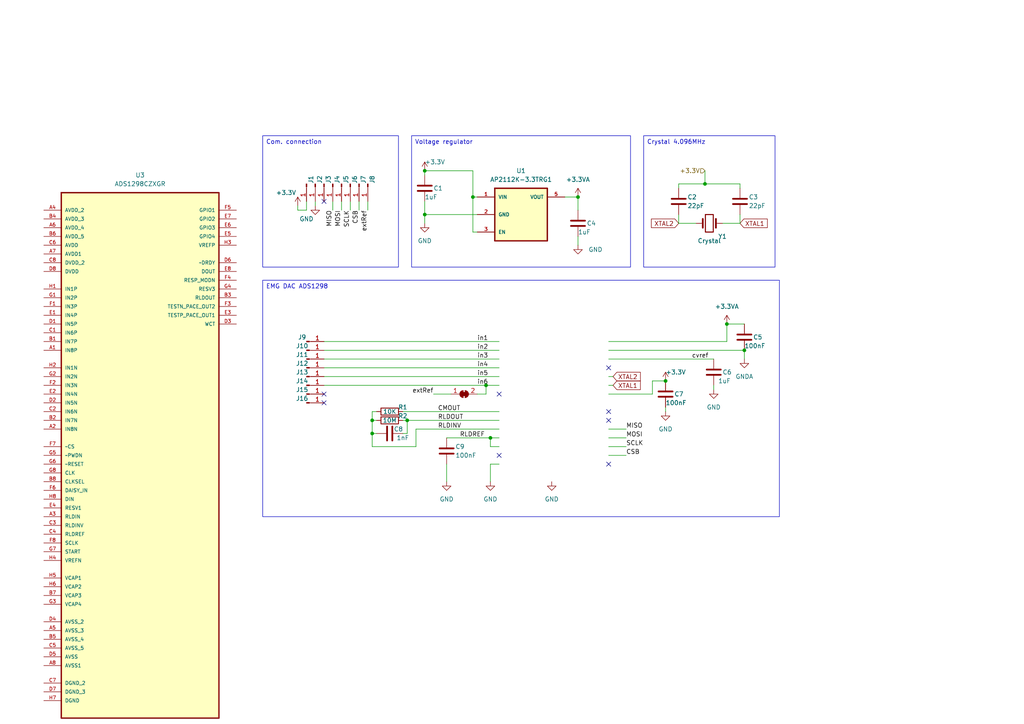
<source format=kicad_sch>
(kicad_sch (version 20230121) (generator eeschema)
  (paper "A4")
  (lib_symbols
    (symbol "00_custom:ADS1298CZXGR" (pin_names (offset 1.016))
      (property "Reference" "U" (at -5.3653 77.7839 0))
      (property "Value" "ADS1298CZXGR" (at -7.937 -85.2714 0))
      (symbol "ADS1298CZXGR_0_0"
        (rectangle (start -22.86 -78.74) (end 22.86 73.66) (stroke (width 0.4064)) (fill (type background)))
        (pin input line (at -27.94 27.94 0) (length 5.08) (name "IN8P") (number "A1"))
        (pin input line (at -27.94 5.08 0) (length 5.08) (name "IN8N") (number "A2"))
        (pin input line (at -27.94 -20.32 0) (length 5.08) (name "RLDIN") (number "A3"))
        (pin power_in line (at -27.94 68.58 0) (length 5.08) (name "AVDD_2") (number "A4"))
        (pin power_in line (at -27.94 -53.34 0) (length 5.08) (name "AVSS_3") (number "A5"))
        (pin power_in line (at -27.94 63.5 0) (length 5.08) (name "AVDD_4") (number "A6"))
        (pin power_in line (at -27.94 55.88 0) (length 5.08) (name "AVDD1") (number "A7"))
        (pin power_in line (at -27.94 -63.5 0) (length 5.08) (name "AVSS1") (number "A8"))
        (pin input line (at -27.94 30.48 0) (length 5.08) (name "IN7P") (number "B1"))
        (pin input line (at -27.94 7.62 0) (length 5.08) (name "IN7N") (number "B2"))
        (pin output line (at 27.94 43.18 180) (length 5.08) (name "RLDOUT") (number "B3"))
        (pin power_in line (at -27.94 66.04 0) (length 5.08) (name "AVDD_3") (number "B4"))
        (pin power_in line (at -27.94 -55.88 0) (length 5.08) (name "AVSS_4") (number "B5"))
        (pin power_in line (at -27.94 60.96 0) (length 5.08) (name "AVDD_5") (number "B6"))
        (pin passive line (at -27.94 -43.18 0) (length 5.08) (name "VCAP3") (number "B7"))
        (pin input line (at -27.94 -10.16 0) (length 5.08) (name "CLKSEL") (number "B8"))
        (pin input line (at -27.94 33.02 0) (length 5.08) (name "IN6P") (number "C1"))
        (pin input line (at -27.94 10.16 0) (length 5.08) (name "IN6N") (number "C2"))
        (pin input line (at -27.94 -22.86 0) (length 5.08) (name "RLDINV") (number "C3"))
        (pin input line (at -27.94 -25.4 0) (length 5.08) (name "RLDREF") (number "C4"))
        (pin power_in line (at -27.94 -58.42 0) (length 5.08) (name "AVSS_5") (number "C5"))
        (pin power_in line (at -27.94 58.42 0) (length 5.08) (name "AVDD") (number "C6"))
        (pin passive line (at -27.94 -68.58 0) (length 5.08) (name "DGND_2") (number "C7"))
        (pin power_in line (at -27.94 53.34 0) (length 5.08) (name "DVDD_2") (number "C8"))
        (pin input line (at -27.94 35.56 0) (length 5.08) (name "IN5P") (number "D1"))
        (pin input line (at -27.94 12.7 0) (length 5.08) (name "IN5N") (number "D2"))
        (pin output line (at 27.94 35.56 180) (length 5.08) (name "WCT") (number "D3"))
        (pin power_in line (at -27.94 -50.8 0) (length 5.08) (name "AVSS_2") (number "D4"))
        (pin power_in line (at -27.94 -60.96 0) (length 5.08) (name "AVSS") (number "D5"))
        (pin output line (at 27.94 53.34 180) (length 5.08) (name "~DRDY") (number "D6"))
        (pin passive line (at -27.94 -71.12 0) (length 5.08) (name "DGND_3") (number "D7"))
        (pin power_in line (at -27.94 50.8 0) (length 5.08) (name "DVDD") (number "D8"))
        (pin input line (at -27.94 38.1 0) (length 5.08) (name "IN4P") (number "E1"))
        (pin input line (at -27.94 15.24 0) (length 5.08) (name "IN4N") (number "E2"))
        (pin output line (at 27.94 38.1 180) (length 5.08) (name "TESTP_PACE_OUT1") (number "E3"))
        (pin input line (at -27.94 -17.78 0) (length 5.08) (name "RESV1") (number "E4"))
        (pin bidirectional line (at 27.94 60.96 180) (length 5.08) (name "GPIO4") (number "E5"))
        (pin bidirectional line (at 27.94 63.5 180) (length 5.08) (name "GPIO3") (number "E6"))
        (pin bidirectional line (at 27.94 66.04 180) (length 5.08) (name "GPIO2") (number "E7"))
        (pin output line (at 27.94 50.8 180) (length 5.08) (name "DOUT") (number "E8"))
        (pin input line (at -27.94 40.64 0) (length 5.08) (name "IN3P") (number "F1"))
        (pin input line (at -27.94 17.78 0) (length 5.08) (name "IN3N") (number "F2"))
        (pin output line (at 27.94 40.64 180) (length 5.08) (name "TESTN_PACE_OUT2") (number "F3"))
        (pin output line (at 27.94 48.26 180) (length 5.08) (name "RESP_MODN") (number "F4"))
        (pin bidirectional line (at 27.94 68.58 180) (length 5.08) (name "GPIO1") (number "F5"))
        (pin input line (at -27.94 -12.7 0) (length 5.08) (name "DAISY_IN") (number "F6"))
        (pin input line (at -27.94 0 0) (length 5.08) (name "~CS") (number "F7"))
        (pin input line (at -27.94 -27.94 0) (length 5.08) (name "SCLK") (number "F8"))
        (pin input line (at -27.94 43.18 0) (length 5.08) (name "IN2P") (number "G1"))
        (pin input line (at -27.94 20.32 0) (length 5.08) (name "IN2N") (number "G2"))
        (pin passive line (at -27.94 -45.72 0) (length 5.08) (name "VCAP4") (number "G3"))
        (pin output line (at 27.94 45.72 180) (length 5.08) (name "RESV3") (number "G4"))
        (pin input line (at -27.94 -2.54 0) (length 5.08) (name "~PWDN") (number "G5"))
        (pin input line (at -27.94 -5.08 0) (length 5.08) (name "~RESET") (number "G6"))
        (pin input line (at -27.94 -30.48 0) (length 5.08) (name "START") (number "G7"))
        (pin input line (at -27.94 -7.62 0) (length 5.08) (name "CLK") (number "G8"))
        (pin input line (at -27.94 45.72 0) (length 5.08) (name "IN1P") (number "H1"))
        (pin input line (at -27.94 22.86 0) (length 5.08) (name "IN1N") (number "H2"))
        (pin bidirectional line (at 27.94 58.42 180) (length 5.08) (name "VREFP") (number "H3"))
        (pin input line (at -27.94 -33.02 0) (length 5.08) (name "VREFN") (number "H4"))
        (pin passive line (at -27.94 -38.1 0) (length 5.08) (name "VCAP1") (number "H5"))
        (pin passive line (at -27.94 -40.64 0) (length 5.08) (name "VCAP2") (number "H6"))
        (pin passive line (at -27.94 -73.66 0) (length 5.08) (name "DGND") (number "H7"))
        (pin input line (at -27.94 -15.24 0) (length 5.08) (name "DIN") (number "H8"))
      )
    )
    (symbol "00_custom:AP2112K-3.3TRG1" (pin_names (offset 1.016))
      (property "Reference" "U" (at -7.663 8.6476 0))
      (property "Value" "AP2112K-3.3TRG1" (at -7.6489 -11.6507 0))
      (symbol "AP2112K-3.3TRG1_0_0"
        (rectangle (start -7.62 7.62) (end 7.62 -7.62) (stroke (width 0.41)) (fill (type background)))
        (pin power_in line (at -12.7 5.08 0) (length 5.08) (name "VIN") (number "1"))
        (pin power_in line (at -12.7 0 0) (length 5.08) (name "GND") (number "2"))
        (pin input line (at -12.7 -5.08 0) (length 5.08) (name "EN") (number "3"))
        (pin power_in line (at 12.7 5.08 180) (length 5.08) (name "VOUT") (number "5"))
      )
    )
    (symbol "Connector:Conn_01x01_Pin" (pin_names (offset 1.016) hide)
      (property "Reference" "J" (at 0 2.54 0))
      (property "Value" "Conn_01x01_Pin" (at 0 -2.54 0))
      (symbol "Conn_01x01_Pin_1_1"
        (polyline (pts (xy 1.27 0) (xy 0.8636 0)) (stroke (width 0.1524)))
        (rectangle (start 0.8636 0.127) (end 0 -0.127) (stroke (width 0.1524)) (fill (type outline)))
        (pin passive line (at 5.08 0 180) (length 3.81) (name "Pin_1") (number "1"))
      )
    )
    (symbol "Device:C" (pin_numbers hide) (pin_names (offset 0.254))
      (property "Reference" "C" (at 0.635 2.54 0))
      (property "Value" "C" (at 0.635 -2.54 0))
      (symbol "C_0_1"
        (polyline (pts (xy -2.032 -0.762) (xy 2.032 -0.762)) (stroke (width 0.508)))
        (polyline (pts (xy -2.032 0.762) (xy 2.032 0.762)) (stroke (width 0.508)))
      )
      (symbol "C_1_1"
        (pin passive line (at 0 3.81 270) (length 2.794) (name "~") (number "1"))
        (pin passive line (at 0 -3.81 90) (length 2.794) (name "~") (number "2"))
      )
    )
    (symbol "Device:Crystal" (pin_numbers hide) (pin_names (offset 1.016) hide)
      (property "Reference" "Y" (at 0 3.81 0))
      (property "Value" "Crystal" (at 0 -3.81 0))
      (symbol "Crystal_0_1"
        (rectangle (start -1.143 2.54) (end 1.143 -2.54) (stroke (width 0.3048)))
        (polyline (pts (xy -2.54 0) (xy -1.905 0)))
        (polyline (pts (xy -1.905 -1.27) (xy -1.905 1.27)) (stroke (width 0.508)))
        (polyline (pts (xy 1.905 -1.27) (xy 1.905 1.27)) (stroke (width 0.508)))
        (polyline (pts (xy 2.54 0) (xy 1.905 0)))
      )
      (symbol "Crystal_1_1"
        (pin passive line (at -3.81 0 0) (length 1.27) (name "1") (number "1"))
        (pin passive line (at 3.81 0 180) (length 1.27) (name "2") (number "2"))
      )
    )
    (symbol "Device:R" (pin_numbers hide) (pin_names (offset 0))
      (property "Reference" "R" (at 2.032 0 90))
      (property "Value" "R" (at 0 0 90))
      (symbol "R_0_1"
        (rectangle (start -1.016 -2.54) (end 1.016 2.54) (stroke (width 0.254)))
      )
      (symbol "R_1_1"
        (pin passive line (at 0 3.81 270) (length 1.27) (name "~") (number "1"))
        (pin passive line (at 0 -3.81 90) (length 1.27) (name "~") (number "2"))
      )
    )
    (symbol "Jumper:SolderJumper_2_Bridged" (pin_names (offset 0) hide)
      (property "Reference" "JP" (at 0 2.032 0))
      (property "Value" "SolderJumper_2_Bridged" (at 0 -2.54 0))
      (symbol "SolderJumper_2_Bridged_0_1"
        (rectangle (start -0.508 0.508) (end 0.508 -0.508) (fill (type outline)))
        (arc (start -0.254 1.016) (mid -1.2656 0) (end -0.254 -1.016))
        (arc (start -0.254 1.016) (mid -1.2656 0) (end -0.254 -1.016) (fill (type outline)))
        (polyline (pts (xy -0.254 1.016) (xy -0.254 -1.016)))
        (polyline (pts (xy 0.254 1.016) (xy 0.254 -1.016)))
        (arc (start 0.254 -1.016) (mid 1.2656 0) (end 0.254 1.016))
        (arc (start 0.254 -1.016) (mid 1.2656 0) (end 0.254 1.016) (fill (type outline)))
      )
      (symbol "SolderJumper_2_Bridged_1_1"
        (pin passive line (at -3.81 0 0) (length 2.54) (name "A") (number "1"))
        (pin passive line (at 3.81 0 180) (length 2.54) (name "B") (number "2"))
      )
    )
    (symbol "power:+3.3V" (power) (pin_names (offset 0))
      (property "Value" "+3.3V" (at 0 3.556 0))
      (symbol "+3.3V_0_1"
        (polyline (pts (xy -0.762 1.27) (xy 0 2.54)))
        (polyline (pts (xy 0 0) (xy 0 2.54)))
        (polyline (pts (xy 0 2.54) (xy 0.762 1.27)))
      )
      (symbol "+3.3V_1_1"
        (pin power_in line (at 0 0 90) (length 0) hide (name "+3.3V") (number "1"))
      )
    )
    (symbol "power:+3.3VA" (power) (pin_names (offset 0))
      (property "Value" "+3.3VA" (at 0 3.556 0))
      (symbol "+3.3VA_0_1"
        (polyline (pts (xy -0.762 1.27) (xy 0 2.54)))
        (polyline (pts (xy 0 0) (xy 0 2.54)))
        (polyline (pts (xy 0 2.54) (xy 0.762 1.27)))
      )
      (symbol "+3.3VA_1_1"
        (pin power_in line (at 0 0 90) (length 0) hide (name "+3.3VA") (number "1"))
      )
    )
    (symbol "power:GND" (power) (pin_names (offset 0))
      (property "Value" "GND" (at 0 -3.81 0))
      (symbol "GND_0_1"
        (polyline (pts (xy 0 0) (xy 0 -1.27) (xy 1.27 -1.27) (xy 0 -2.54) (xy -1.27 -1.27) (xy 0 -1.27)))
      )
      (symbol "GND_1_1"
        (pin power_in line (at 0 0 270) (length 0) hide (name "GND") (number "1"))
      )
    )
    (symbol "power:GNDA" (power) (pin_names (offset 0))
      (property "Value" "GNDA" (at 0 -3.81 0))
      (symbol "GNDA_0_1"
        (polyline (pts (xy 0 0) (xy 0 -1.27) (xy 1.27 -1.27) (xy 0 -2.54) (xy -1.27 -1.27) (xy 0 -1.27)))
      )
      (symbol "GNDA_1_1"
        (pin power_in line (at 0 0 270) (length 0) hide (name "GNDA") (number "1"))
      )
    )
  )
  (junction (at 107.95 121.92))
  (junction (at 118.11 121.92))
  (junction (at 204.47 53.34))
  (junction (at 215.9 101.6))
  (junction (at 137.16 57.15))
  (junction (at 193.04 110.49))
  (junction (at 123.19 49.53))
  (junction (at 167.64 57.15))
  (junction (at 210.82 93.98))
  (junction (at 140.97 111.76))
  (junction (at 142.24 127))
  (junction (at 107.95 125.73))
  (junction (at 123.19 62.23))
  (no_connect (at 176.53 134.62))
  (no_connect (at 93.98 58.42))
  (no_connect (at 144.78 132.08))
  (no_connect (at 144.78 114.3))
  (no_connect (at 176.53 106.68))
  (no_connect (at 93.98 114.3))
  (no_connect (at 176.53 121.92))
  (no_connect (at 176.53 119.38))
  (no_connect (at 93.98 116.84))
  (wire (pts (xy 163.83 57.15) (xy 167.64 57.15)))
  (wire (pts (xy 96.52 58.42) (xy 96.52 60.96)))
  (wire (pts (xy 138.43 67.31) (xy 137.16 67.31)))
  (wire (pts (xy 109.22 121.92) (xy 107.95 121.92)))
  (wire (pts (xy 144.78 129.54) (xy 142.24 129.54)))
  (wire (pts (xy 176.53 129.54) (xy 181.61 129.54)))
  (wire (pts (xy 101.6 58.42) (xy 101.6 60.96)))
  (wire (pts (xy 86.36 60.96) (xy 88.9 60.96)))
  (wire (pts (xy 204.47 49.53) (xy 204.47 53.34)))
  (wire (pts (xy 99.06 58.42) (xy 99.06 60.96)))
  (wire (pts (xy 140.97 114.3) (xy 140.97 111.76)))
  (wire (pts (xy 215.9 101.6) (xy 215.9 104.14)))
  (wire (pts (xy 106.68 58.42) (xy 106.68 60.96)))
  (wire (pts (xy 107.95 121.92) (xy 107.95 125.73)))
  (wire (pts (xy 93.98 99.06) (xy 144.78 99.06)))
  (wire (pts (xy 93.98 111.76) (xy 140.97 111.76)))
  (wire (pts (xy 214.63 54.61) (xy 214.63 53.34)))
  (wire (pts (xy 120.65 129.54) (xy 107.95 129.54)))
  (wire (pts (xy 120.65 124.46) (xy 144.78 124.46)))
  (wire (pts (xy 93.98 109.22) (xy 144.78 109.22)))
  (wire (pts (xy 176.53 104.14) (xy 207.01 104.14)))
  (wire (pts (xy 196.85 64.77) (xy 201.93 64.77)))
  (wire (pts (xy 109.22 119.38) (xy 107.95 119.38)))
  (wire (pts (xy 107.95 125.73) (xy 109.22 125.73)))
  (wire (pts (xy 123.19 49.53) (xy 137.16 49.53)))
  (wire (pts (xy 210.82 99.06) (xy 210.82 93.98)))
  (wire (pts (xy 176.53 101.6) (xy 215.9 101.6)))
  (wire (pts (xy 123.19 62.23) (xy 138.43 62.23)))
  (wire (pts (xy 138.43 114.3) (xy 140.97 114.3)))
  (wire (pts (xy 116.84 119.38) (xy 144.78 119.38)))
  (wire (pts (xy 167.64 57.15) (xy 167.64 60.96)))
  (wire (pts (xy 207.01 111.76) (xy 207.01 113.03)))
  (wire (pts (xy 215.9 93.98) (xy 210.82 93.98)))
  (wire (pts (xy 129.54 127) (xy 142.24 127)))
  (wire (pts (xy 176.53 132.08) (xy 181.61 132.08)))
  (wire (pts (xy 93.98 104.14) (xy 144.78 104.14)))
  (wire (pts (xy 86.36 59.69) (xy 86.36 60.96)))
  (wire (pts (xy 129.54 134.62) (xy 129.54 139.7)))
  (wire (pts (xy 142.24 134.62) (xy 142.24 139.7)))
  (wire (pts (xy 176.53 109.22) (xy 177.8 109.22)))
  (wire (pts (xy 193.04 118.11) (xy 193.04 119.38)))
  (wire (pts (xy 176.53 127) (xy 181.61 127)))
  (wire (pts (xy 209.55 64.77) (xy 214.63 64.77)))
  (wire (pts (xy 93.98 101.6) (xy 144.78 101.6)))
  (wire (pts (xy 167.64 68.58) (xy 167.64 71.12)))
  (wire (pts (xy 142.24 129.54) (xy 142.24 127)))
  (wire (pts (xy 176.53 114.3) (xy 189.23 114.3)))
  (wire (pts (xy 91.44 59.69) (xy 91.44 58.42)))
  (wire (pts (xy 137.16 57.15) (xy 138.43 57.15)))
  (wire (pts (xy 116.84 121.92) (xy 118.11 121.92)))
  (wire (pts (xy 189.23 114.3) (xy 189.23 110.49)))
  (wire (pts (xy 140.97 111.76) (xy 144.78 111.76)))
  (wire (pts (xy 104.14 58.42) (xy 104.14 60.96)))
  (wire (pts (xy 196.85 53.34) (xy 196.85 54.61)))
  (wire (pts (xy 125.73 114.3) (xy 130.81 114.3)))
  (wire (pts (xy 196.85 62.23) (xy 196.85 64.77)))
  (wire (pts (xy 144.78 134.62) (xy 142.24 134.62)))
  (wire (pts (xy 123.19 58.42) (xy 123.19 62.23)))
  (wire (pts (xy 88.9 58.42) (xy 88.9 60.96)))
  (wire (pts (xy 116.84 125.73) (xy 118.11 125.73)))
  (wire (pts (xy 176.53 124.46) (xy 181.61 124.46)))
  (wire (pts (xy 176.53 99.06) (xy 210.82 99.06)))
  (wire (pts (xy 137.16 67.31) (xy 137.16 57.15)))
  (wire (pts (xy 107.95 129.54) (xy 107.95 125.73)))
  (wire (pts (xy 93.98 106.68) (xy 144.78 106.68)))
  (wire (pts (xy 107.95 119.38) (xy 107.95 121.92)))
  (wire (pts (xy 204.47 53.34) (xy 214.63 53.34)))
  (wire (pts (xy 176.53 111.76) (xy 177.8 111.76)))
  (wire (pts (xy 120.65 124.46) (xy 120.65 129.54)))
  (wire (pts (xy 142.24 127) (xy 144.78 127)))
  (wire (pts (xy 189.23 110.49) (xy 193.04 110.49)))
  (wire (pts (xy 204.47 53.34) (xy 196.85 53.34)))
  (wire (pts (xy 118.11 121.92) (xy 144.78 121.92)))
  (wire (pts (xy 118.11 121.92) (xy 118.11 125.73)))
  (wire (pts (xy 123.19 50.8) (xy 123.19 49.53)))
  (wire (pts (xy 214.63 64.77) (xy 214.63 62.23)))
  (wire (pts (xy 123.19 62.23) (xy 123.19 64.77)))
  (wire (pts (xy 137.16 49.53) (xy 137.16 57.15)))
  (text_box "EMG DAC ADS1298" (at 76.2 81.28 0) (size 149.86 68.58) (effects (font (size 1.27 1.27)) (justify left top)))
  (text_box "Voltage regulator" (at 119.38 39.37 0) (size 63.5 38.1) (effects (font (size 1.27 1.27)) (justify left top)))
  (text_box "Com. connection" (at 76.2 39.37 0) (size 39.37 38.1) (effects (font (size 1.27 1.27)) (justify left top)))
  (text_box "Crystal 4.096MHz" (at 186.69 39.37 0) (size 38.1 38.1) (effects (font (size 1.27 1.27)) (justify left top)))
  (label "cvref" (at 200.66 104.14 0))
  (label "MOSI" (at 99.06 60.96 270))
  (label "in5" (at 138.43 109.22 0))
  (label "CSB" (at 104.14 60.96 270))
  (label "RLDREF" (at 133.35 127 0))
  (label "CSB" (at 181.61 132.08 0))
  (label "MISO" (at 181.61 124.46 0))
  (label "MISO" (at 96.52 60.96 270))
  (label "extRef" (at 106.68 60.96 270))
  (label "in4" (at 138.43 106.68 0))
  (label "in2" (at 138.43 101.6 0))
  (label "in3" (at 138.43 104.14 0))
  (label "RLDOUT" (at 127 121.92 0))
  (label "MOSI" (at 181.61 127 0))
  (label "extRef" (at 125.73 114.3 180))
  (label "RLDINV" (at 127 124.46 0))
  (label "SCLK" (at 181.61 129.54 0))
  (label "SCLK" (at 101.6 60.96 270))
  (label "in1" (at 138.43 99.06 0))
  (label "CMOUT" (at 127 119.38 0))
  (label "in6" (at 138.43 111.76 0))
  (global_label "XTAL2" (shape input) (at 177.8 109.22 0) (property "Intersheetrefs" "${INTERSHEET_REFS}" (effects hide)))
  (global_label "XTAL1" (shape input) (at 214.63 64.77 0) (property "Intersheetrefs" "${INTERSHEET_REFS}" (effects hide)))
  (global_label "XTAL2" (shape input) (at 196.85 64.77 180) (property "Intersheetrefs" "${INTERSHEET_REFS}" (effects hide)))
  (global_label "XTAL1" (shape input) (at 177.8 111.76 0) (property "Intersheetrefs" "${INTERSHEET_REFS}" (effects hide)))
  (hierarchical_label "+3.3V" (shape input) (at 204.47 49.53 180))
  (symbol (lib_id "power:GND") (at 193.04 119.38 0) (unit 1)
    (property "Reference" "#PWR011" (effects hide))
    (property "Value" "GND" (at 193.04 124.46 0))
  )
  (symbol (lib_id "Device:C") (at 214.63 58.42 0) (unit 1)
    (property "Reference" "C3" (at 217.17 57.15 0) (effects (justify left)))
    (property "Value" "22pF" (at 217.17 59.69 0) (effects (justify left)))
    (property "Footprint" "Capacitor_SMD:C_0402_1005Metric" (effects hide))
  )
  (symbol (lib_id "power:GNDA") (at 215.9 104.14 0) (unit 1)
    (property "Reference" "#PWR08" (effects hide))
    (property "Value" "GNDA" (at 215.9 109.22 0))
  )
  (symbol (lib_id "Jumper:SolderJumper_2_Bridged") (at 134.62 114.3 0) (unit 1)
    (property "Reference" "JP1" (effects hide))
    (property "Value" "SolderJumper_2_Bridged" (effects hide))
    (property "Footprint" "Jumper:SolderJumper-2_P1.3mm_Bridged2Bar_RoundedPad1.0x1.5mm" (effects hide))
  )
  (symbol (lib_id "Connector:Conn_01x01_Pin") (at 88.9 106.68 0) (unit 1)
    (property "Reference" "J12" (at 87.63 105.41 0))
    (property "Value" "Conn_01x01_Pin" (effects hide))
    (property "Footprint" "Connector_PinHeader_1.27mm:PinHeader_1x01_P1.27mm_Vertical" (effects hide))
  )
  (symbol (lib_id "Device:C") (at 215.9 97.79 0) (unit 1)
    (property "Reference" "C5" (at 218.44 97.79 0) (effects (justify left)))
    (property "Value" "100nF" (at 215.9 100.33 0) (effects (justify left)))
    (property "Footprint" "Capacitor_SMD:C_0402_1005Metric" (effects hide))
  )
  (symbol (lib_id "power:GND") (at 123.19 64.77 0) (unit 1)
    (property "Reference" "#PWR05" (effects hide))
    (property "Value" "GND" (at 123.19 69.85 0))
  )
  (symbol (lib_id "power:GND") (at 160.02 139.7 0) (unit 1)
    (property "Reference" "#PWR014" (effects hide))
    (property "Value" "GND" (at 160.02 144.78 0))
  )
  (symbol (lib_id "power:GND") (at 142.24 139.7 0) (unit 1)
    (property "Reference" "#PWR013" (effects hide))
    (property "Value" "GND" (at 142.24 144.78 0))
  )
  (symbol (lib_id "power:GND") (at 129.54 139.7 0) (unit 1)
    (property "Reference" "#PWR012" (effects hide))
    (property "Value" "GND" (at 129.54 144.78 0))
  )
  (symbol (lib_id "Connector:Conn_01x01_Pin") (at 88.9 53.34 270) (unit 1)
    (property "Reference" "J1" (at 90.17 52.07 0))
    (property "Value" "Conn_01x01_Pin" (effects hide))
    (property "Footprint" "Connector_PinHeader_1.27mm:PinHeader_1x01_P1.27mm_Vertical" (effects hide))
  )
  (symbol (lib_id "Connector:Conn_01x01_Pin") (at 91.44 53.34 270) (unit 1)
    (property "Reference" "J2" (at 92.71 52.07 0))
    (property "Value" "Conn_01x01_Pin" (effects hide))
    (property "Footprint" "Connector_PinHeader_1.27mm:PinHeader_1x01_P1.27mm_Vertical" (effects hide))
  )
  (symbol (lib_id "Connector:Conn_01x01_Pin") (at 88.9 99.06 0) (unit 1)
    (property "Reference" "J9" (at 87.63 97.79 0))
    (property "Value" "Conn_01x01_Pin" (effects hide))
    (property "Footprint" "Connector_PinHeader_1.27mm:PinHeader_1x01_P1.27mm_Vertical" (effects hide))
  )
  (symbol (lib_id "00_custom:ADS1298CZXGR") (at 40.64 129.54 0) (unit 1)
    (property "Reference" "U3" (at 40.64 50.8 0))
    (property "Value" "ADS1298CZXGR" (at 40.64 53.34 0))
    (property "Footprint" "00_Custom:BGA64C80P8X8_800X800X145" (effects hide))
    (property "MF" "Texas Instruments" (effects hide))
    (property "Description" "\n8-Channel 24-bit ADC With Integrated ECG Front End\n" (effects hide))
    (property "PACKAGE" "NFBGA-64" (effects hide))
    (property "MPN" "ADS1298CZXGR" (effects hide))
    (property "Price" "None" (effects hide))
    (property "Package" "NFBGA-64 Texas Instruments" (effects hide))
    (property "OC_FARNELL" "-" (effects hide))
    (property "SnapEDA_Link" "https://www.snapeda.com/parts/ADS1298CZXGR/Texas+Instruments/view-part/?ref=snap" (effects hide))
    (property "MP" "ADS1298CZXGR" (effects hide))
    (property "Purchase-URL" "https://www.snapeda.com/api/url_track_click_mouser/?unipart_id=513483&manufacturer=Texas Instruments&part_name=ADS1298CZXGR&search_term=ads1298" (effects hide))
    (property "SUPPLIER" "Texas Instruments" (effects hide))
    (property "OC_NEWARK" "79R7801" (effects hide))
    (property "Availability" "In Stock" (effects hide))
    (property "Check_prices" "https://www.snapeda.com/parts/ADS1298CZXGR/Texas+Instruments/view-part/?ref=eda" (effects hide))
  )
  (symbol (lib_id "power:GND") (at 167.64 71.12 0) (unit 1)
    (property "Reference" "#PWR06" (effects hide))
    (property "Value" "GND" (at 172.72 72.39 0))
  )
  (symbol (lib_id "power:+3.3V") (at 86.36 59.69 0) (unit 1)
    (property "Reference" "#PWR03" (effects hide))
    (property "Value" "+3.3V" (at 80.01 55.88 0) (effects (justify left)))
  )
  (symbol (lib_id "Connector:Conn_01x01_Pin") (at 88.9 111.76 0) (unit 1)
    (property "Reference" "J14" (at 87.63 110.49 0))
    (property "Value" "Conn_01x01_Pin" (effects hide))
    (property "Footprint" "Connector_PinHeader_1.27mm:PinHeader_1x01_P1.27mm_Vertical" (effects hide))
  )
  (symbol (lib_id "Connector:Conn_01x01_Pin") (at 88.9 104.14 0) (unit 1)
    (property "Reference" "J11" (at 87.63 102.87 0))
    (property "Value" "Conn_01x01_Pin" (effects hide))
    (property "Footprint" "Connector_PinHeader_1.27mm:PinHeader_1x01_P1.27mm_Vertical" (effects hide))
  )
  (symbol (lib_id "power:GND") (at 91.44 59.69 0) (unit 1)
    (property "Reference" "#PWR04" (effects hide))
    (property "Value" "GND" (at 88.9 63.5 0))
  )
  (symbol (lib_id "Device:C") (at 193.04 114.3 0) (unit 1)
    (property "Reference" "C7" (at 195.58 114.3 0) (effects (justify left)))
    (property "Value" "100nF" (at 193.04 116.84 0) (effects (justify left)))
    (property "Footprint" "Capacitor_SMD:C_0402_1005Metric" (effects hide))
  )
  (symbol (lib_id "Connector:Conn_01x01_Pin") (at 88.9 109.22 0) (unit 1)
    (property "Reference" "J13" (at 87.63 107.95 0))
    (property "Value" "Conn_01x01_Pin" (effects hide))
    (property "Footprint" "Connector_PinHeader_1.27mm:PinHeader_1x01_P1.27mm_Vertical" (effects hide))
  )
  (symbol (lib_id "Connector:Conn_01x01_Pin") (at 88.9 101.6 0) (unit 1)
    (property "Reference" "J10" (at 87.63 100.33 0))
    (property "Value" "Conn_01x01_Pin" (effects hide))
    (property "Footprint" "Connector_PinHeader_1.27mm:PinHeader_1x01_P1.27mm_Vertical" (effects hide))
  )
  (symbol (lib_id "Device:C") (at 113.03 125.73 90) (unit 1)
    (property "Reference" "C8" (at 115.57 124.46 90))
    (property "Value" "1nF" (at 116.84 127 90))
    (property "Footprint" "Capacitor_SMD:C_0402_1005Metric" (effects hide))
  )
  (symbol (lib_id "Connector:Conn_01x01_Pin") (at 88.9 114.3 0) (unit 1)
    (property "Reference" "J15" (at 87.63 113.03 0))
    (property "Value" "Conn_01x01_Pin" (effects hide))
    (property "Footprint" "Connector_PinHeader_1.27mm:PinHeader_1x01_P1.27mm_Vertical" (effects hide))
  )
  (symbol (lib_id "Connector:Conn_01x01_Pin") (at 101.6 53.34 270) (unit 1)
    (property "Reference" "J6" (at 102.87 52.07 0))
    (property "Value" "Conn_01x01_Pin" (effects hide))
    (property "Footprint" "Connector_PinHeader_1.27mm:PinHeader_1x01_P1.27mm_Vertical" (effects hide))
  )
  (symbol (lib_id "power:+3.3V") (at 193.04 110.49 0) (unit 1)
    (property "Reference" "#PWR09" (effects hide))
    (property "Value" "+3.3V" (at 193.04 107.95 0) (effects (justify left)))
  )
  (symbol (lib_id "Connector:Conn_01x01_Pin") (at 106.68 53.34 270) (unit 1)
    (property "Reference" "J8" (at 107.95 52.07 0))
    (property "Value" "Conn_01x01_Pin" (effects hide))
    (property "Footprint" "Connector_PinHeader_1.27mm:PinHeader_1x01_P1.27mm_Vertical" (effects hide))
  )
  (symbol (lib_id "Device:C") (at 123.19 54.61 0) (unit 1)
    (property "Reference" "C1" (at 125.73 54.61 0) (effects (justify left)))
    (property "Value" "1uF" (at 123.19 57.15 0) (effects (justify left)))
    (property "Footprint" "Capacitor_SMD:C_0402_1005Metric" (effects hide))
  )
  (symbol (lib_id "Connector:Conn_01x01_Pin") (at 99.06 53.34 270) (unit 1)
    (property "Reference" "J5" (at 100.33 52.07 0))
    (property "Value" "Conn_01x01_Pin" (effects hide))
    (property "Footprint" "Connector_PinHeader_1.27mm:PinHeader_1x01_P1.27mm_Vertical" (effects hide))
  )
  (symbol (lib_id "Device:C") (at 207.01 107.95 0) (unit 1)
    (property "Reference" "C6" (at 209.55 107.95 0) (effects (justify left)))
    (property "Value" "1uF" (at 208.28 110.49 0) (effects (justify left)))
    (property "Footprint" "Capacitor_SMD:C_0402_1005Metric" (effects hide))
  )
  (symbol (lib_id "00_custom:AP2112K-3.3TRG1") (at 151.13 62.23 0) (unit 1)
    (property "Reference" "U1" (at 151.13 49.53 0))
    (property "Value" "AP2112K-3.3TRG1" (at 151.13 52.07 0))
    (property "Footprint" "00_custom-footprints:SOT95P285X140-5N" (effects hide))
    (property "MF" "Diodes Inc." (effects hide))
    (property "Description" "\nVoltage Regulators, LDO, 600mA CMOS LDO 50mA 3.3V 250mV | Diodes Inc AP2112K-3.3TRG1\n" (effects hide))
    (property "Package" "SOT-753 Diodes Inc." (effects hide))
    (property "Price" "None" (effects hide))
    (property "Check_prices" "https://www.snapeda.com/parts/AP2112K-3.3TRG1/Diodes+Inc./view-part/?ref=eda" (effects hide))
    (property "PARTREV" "2-2" (effects hide))
    (property "SnapEDA_Link" "https://www.snapeda.com/parts/AP2112K-3.3TRG1/Diodes+Inc./view-part/?ref=snap" (effects hide))
    (property "MP" "AP2112K-3.3TRG1" (effects hide))
    (property "Purchase-URL" "https://www.snapeda.com/api/url_track_click_mouser/?unipart_id=454988&manufacturer=Diodes Inc.&part_name=AP2112K-3.3TRG1&search_term=None" (effects hide))
    (property "Availability" "In Stock" (effects hide))
    (property "MANUFACTURER" "Diodes Inc." (effects hide))
  )
  (symbol (lib_id "Device:R") (at 113.03 121.92 90) (unit 1)
    (property "Reference" "R2" (at 116.84 120.65 90))
    (property "Value" "10M" (at 113.03 121.92 90))
    (property "Footprint" "Capacitor_SMD:C_0402_1005Metric" (effects hide))
  )
  (symbol (lib_id "Device:C") (at 167.64 64.77 0) (unit 1)
    (property "Reference" "C4" (at 170.18 64.77 0) (effects (justify left)))
    (property "Value" "1uF" (at 167.64 67.31 0) (effects (justify left)))
    (property "Footprint" "Capacitor_SMD:C_0402_1005Metric" (effects hide))
  )
  (symbol (lib_id "Connector:Conn_01x01_Pin") (at 88.9 116.84 0) (unit 1)
    (property "Reference" "J16" (at 87.63 115.57 0))
    (property "Value" "Conn_01x01_Pin" (effects hide))
    (property "Footprint" "Connector_PinHeader_1.27mm:PinHeader_1x01_P1.27mm_Vertical" (effects hide))
  )
  (symbol (lib_id "power:+3.3VA") (at 167.64 57.15 0) (unit 1)
    (property "Reference" "#PWR02" (effects hide))
    (property "Value" "+3.3VA" (at 167.64 52.07 0))
  )
  (symbol (lib_id "Connector:Conn_01x01_Pin") (at 96.52 53.34 270) (unit 1)
    (property "Reference" "J4" (at 97.79 52.07 0))
    (property "Value" "Conn_01x01_Pin" (effects hide))
    (property "Footprint" "Connector_PinHeader_1.27mm:PinHeader_1x01_P1.27mm_Vertical" (effects hide))
  )
  (symbol (lib_id "Device:C") (at 129.54 130.81 0) (unit 1)
    (property "Reference" "C9" (at 132.08 129.54 0) (effects (justify left)))
    (property "Value" "100nF" (at 132.08 132.08 0) (effects (justify left)))
    (property "Footprint" "Capacitor_SMD:C_0402_1005Metric" (effects hide))
  )
  (symbol (lib_id "power:+3.3V") (at 123.19 49.53 0) (unit 1)
    (property "Reference" "#PWR01" (effects hide))
    (property "Value" "+3.3V" (at 123.19 46.99 0) (effects (justify left)))
  )
  (symbol (lib_id "Device:Crystal") (at 205.74 64.77 180) (unit 1)
    (property "Reference" "Y1" (at 209.55 68.58 0))
    (property "Value" "Crystal" (at 205.74 69.85 0))
    (property "Footprint" "Crystal:Crystal_SMD_HC49-SD" (effects hide))
  )
  (symbol (lib_id "Connector:Conn_01x01_Pin") (at 93.98 53.34 270) (unit 1)
    (property "Reference" "J3" (at 95.25 52.07 0))
    (property "Value" "Conn_01x01_Pin" (effects hide))
    (property "Footprint" "Connector_PinHeader_1.27mm:PinHeader_1x01_P1.27mm_Vertical" (effects hide))
  )
  (symbol (lib_id "power:+3.3VA") (at 210.82 93.98 0) (unit 1)
    (property "Reference" "#PWR07" (effects hide))
    (property "Value" "+3.3VA" (at 210.82 88.9 0))
  )
  (symbol (lib_id "power:GND") (at 207.01 113.03 0) (unit 1)
    (property "Reference" "#PWR010" (effects hide))
    (property "Value" "GND" (at 207.01 118.11 0))
  )
  (symbol (lib_id "Device:C") (at 196.85 58.42 0) (unit 1)
    (property "Reference" "C2" (at 199.39 57.15 0) (effects (justify left)))
    (property "Value" "22pF" (at 199.39 59.69 0) (effects (justify left)))
    (property "Footprint" "Capacitor_SMD:C_0402_1005Metric" (effects hide))
  )
  (symbol (lib_id "Device:R") (at 113.03 119.38 90) (unit 1)
    (property "Reference" "R1" (at 116.84 118.11 90))
    (property "Value" "10K" (at 113.03 119.38 90))
    (property "Footprint" "Capacitor_SMD:C_0402_1005Metric" (effects hide))
  )
  (symbol (lib_id "Connector:Conn_01x01_Pin") (at 104.14 53.34 270) (unit 1)
    (property "Reference" "J7" (at 105.41 52.07 0))
    (property "Value" "Conn_01x01_Pin" (effects hide))
    (property "Footprint" "Connector_PinHeader_1.27mm:PinHeader_1x01_P1.27mm_Vertical" (effects hide))
  )
)
</source>
